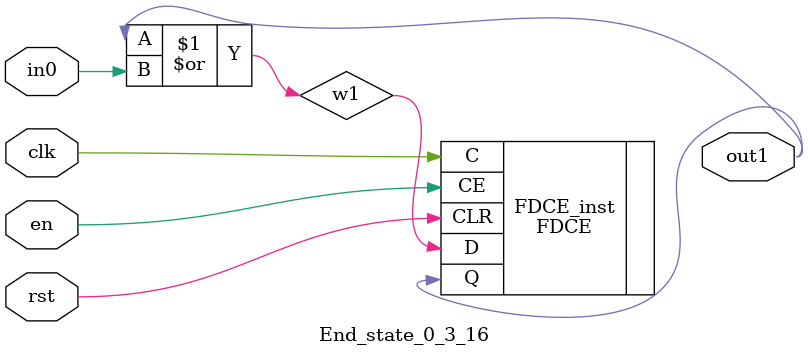
<source format=v>
module engine_0_3(out,clk,sod,en, in_21, in_22, in_23, in_1, in_8, in_9, in_14, in_15, in_16, in_17, in_20);
//pcre: /var\s+heapspray[A-Z\d_\s]*=/smi
//block char: p[0], y[0], [\z415a\d_\s][1], \x20[8], S[0], H[0], v[0], a[0], r[0], e[0], =[0], 

	input clk,sod,en;

	input in_21, in_22, in_23, in_1, in_8, in_9, in_14, in_15, in_16, in_17, in_20;
	output out;

	assign w0 = 1'b1;
	state_0_3_1 BlockState_0_3_1 (w1,in_14,clk,en,sod,w0);
	state_0_3_2 BlockState_0_3_2 (w2,in_15,clk,en,sod,w1);
	state_0_3_3 BlockState_0_3_3 (w3,in_16,clk,en,sod,w2);
	state_0_3_4 BlockState_0_3_4 (w4,in_1,clk,en,sod,w4,w3);
	state_0_3_5 BlockState_0_3_5 (w5,in_9,clk,en,sod,w4);
	state_0_3_6 BlockState_0_3_6 (w6,in_17,clk,en,sod,w5);
	state_0_3_7 BlockState_0_3_7 (w7,in_15,clk,en,sod,w6);
	state_0_3_8 BlockState_0_3_8 (w8,in_21,clk,en,sod,w7);
	state_0_3_9 BlockState_0_3_9 (w9,in_8,clk,en,sod,w8);
	state_0_3_10 BlockState_0_3_10 (w10,in_21,clk,en,sod,w9);
	state_0_3_11 BlockState_0_3_11 (w11,in_16,clk,en,sod,w10);
	state_0_3_12 BlockState_0_3_12 (w12,in_15,clk,en,sod,w11);
	state_0_3_13 BlockState_0_3_13 (w13,in_22,clk,en,sod,w12);
	state_0_3_14 BlockState_0_3_14 (w14,in_23,clk,en,sod,w14,w13);
	state_0_3_15 BlockState_0_3_15 (w15,in_20,clk,en,sod,w13,w14);
	End_state_0_3_16 BlockState_0_3_16 (out,clk,en,sod,w15);
endmodule

module state_0_3_1(out1,in_char,clk,en,rst,in0);
	input in_char,clk,en,rst,in0;
	output out1;
	wire w1,w2;
	assign w1 = in0; 
	and(w2,in_char,w1);
	FDCE #(.INIT(1'b0)) FDCE_inst (
		.Q(out1),
		.C(clk),
		.CE(en),
		.CLR(rst),
		.D(w2)
);
endmodule

module state_0_3_2(out1,in_char,clk,en,rst,in0);
	input in_char,clk,en,rst,in0;
	output out1;
	wire w1,w2;
	assign w1 = in0; 
	and(w2,in_char,w1);
	FDCE #(.INIT(1'b0)) FDCE_inst (
		.Q(out1),
		.C(clk),
		.CE(en),
		.CLR(rst),
		.D(w2)
);
endmodule

module state_0_3_3(out1,in_char,clk,en,rst,in0);
	input in_char,clk,en,rst,in0;
	output out1;
	wire w1,w2;
	assign w1 = in0; 
	and(w2,in_char,w1);
	FDCE #(.INIT(1'b0)) FDCE_inst (
		.Q(out1),
		.C(clk),
		.CE(en),
		.CLR(rst),
		.D(w2)
);
endmodule

module state_0_3_4(out1,in_char,clk,en,rst,in0,in1);
	input in_char,clk,en,rst,in0,in1;
	output out1;
	wire w1,w2;
	or(w1,in0,in1);
	and(w2,in_char,w1);
	FDCE #(.INIT(1'b0)) FDCE_inst (
		.Q(out1),
		.C(clk),
		.CE(en),
		.CLR(rst),
		.D(w2)
);
endmodule

module state_0_3_5(out1,in_char,clk,en,rst,in0);
	input in_char,clk,en,rst,in0;
	output out1;
	wire w1,w2;
	assign w1 = in0; 
	and(w2,in_char,w1);
	FDCE #(.INIT(1'b0)) FDCE_inst (
		.Q(out1),
		.C(clk),
		.CE(en),
		.CLR(rst),
		.D(w2)
);
endmodule

module state_0_3_6(out1,in_char,clk,en,rst,in0);
	input in_char,clk,en,rst,in0;
	output out1;
	wire w1,w2;
	assign w1 = in0; 
	and(w2,in_char,w1);
	FDCE #(.INIT(1'b0)) FDCE_inst (
		.Q(out1),
		.C(clk),
		.CE(en),
		.CLR(rst),
		.D(w2)
);
endmodule

module state_0_3_7(out1,in_char,clk,en,rst,in0);
	input in_char,clk,en,rst,in0;
	output out1;
	wire w1,w2;
	assign w1 = in0; 
	and(w2,in_char,w1);
	FDCE #(.INIT(1'b0)) FDCE_inst (
		.Q(out1),
		.C(clk),
		.CE(en),
		.CLR(rst),
		.D(w2)
);
endmodule

module state_0_3_8(out1,in_char,clk,en,rst,in0);
	input in_char,clk,en,rst,in0;
	output out1;
	wire w1,w2;
	assign w1 = in0; 
	and(w2,in_char,w1);
	FDCE #(.INIT(1'b0)) FDCE_inst (
		.Q(out1),
		.C(clk),
		.CE(en),
		.CLR(rst),
		.D(w2)
);
endmodule

module state_0_3_9(out1,in_char,clk,en,rst,in0);
	input in_char,clk,en,rst,in0;
	output out1;
	wire w1,w2;
	assign w1 = in0; 
	and(w2,in_char,w1);
	FDCE #(.INIT(1'b0)) FDCE_inst (
		.Q(out1),
		.C(clk),
		.CE(en),
		.CLR(rst),
		.D(w2)
);
endmodule

module state_0_3_10(out1,in_char,clk,en,rst,in0);
	input in_char,clk,en,rst,in0;
	output out1;
	wire w1,w2;
	assign w1 = in0; 
	and(w2,in_char,w1);
	FDCE #(.INIT(1'b0)) FDCE_inst (
		.Q(out1),
		.C(clk),
		.CE(en),
		.CLR(rst),
		.D(w2)
);
endmodule

module state_0_3_11(out1,in_char,clk,en,rst,in0);
	input in_char,clk,en,rst,in0;
	output out1;
	wire w1,w2;
	assign w1 = in0; 
	and(w2,in_char,w1);
	FDCE #(.INIT(1'b0)) FDCE_inst (
		.Q(out1),
		.C(clk),
		.CE(en),
		.CLR(rst),
		.D(w2)
);
endmodule

module state_0_3_12(out1,in_char,clk,en,rst,in0);
	input in_char,clk,en,rst,in0;
	output out1;
	wire w1,w2;
	assign w1 = in0; 
	and(w2,in_char,w1);
	FDCE #(.INIT(1'b0)) FDCE_inst (
		.Q(out1),
		.C(clk),
		.CE(en),
		.CLR(rst),
		.D(w2)
);
endmodule

module state_0_3_13(out1,in_char,clk,en,rst,in0);
	input in_char,clk,en,rst,in0;
	output out1;
	wire w1,w2;
	assign w1 = in0; 
	and(w2,in_char,w1);
	FDCE #(.INIT(1'b0)) FDCE_inst (
		.Q(out1),
		.C(clk),
		.CE(en),
		.CLR(rst),
		.D(w2)
);
endmodule

module state_0_3_14(out1,in_char,clk,en,rst,in0,in1);
	input in_char,clk,en,rst,in0,in1;
	output out1;
	wire w1,w2;
	or(w1,in0,in1);
	and(w2,in_char,w1);
	FDCE #(.INIT(1'b0)) FDCE_inst (
		.Q(out1),
		.C(clk),
		.CE(en),
		.CLR(rst),
		.D(w2)
);
endmodule

module state_0_3_15(out1,in_char,clk,en,rst,in0,in1);
	input in_char,clk,en,rst,in0,in1;
	output out1;
	wire w1,w2;
	or(w1,in0,in1);
	and(w2,in_char,w1);
	FDCE #(.INIT(1'b0)) FDCE_inst (
		.Q(out1),
		.C(clk),
		.CE(en),
		.CLR(rst),
		.D(w2)
);
endmodule

module End_state_0_3_16(out1,clk,en,rst,in0);
	input clk,rst,en,in0;
	output out1;
	wire w1;
	or(w1,out1,in0);
	FDCE #(.INIT(1'b0)) FDCE_inst (
		.Q(out1),
		.C(clk),
		.CE(en),
		.CLR(rst),
		.D(w1)
);
endmodule


</source>
